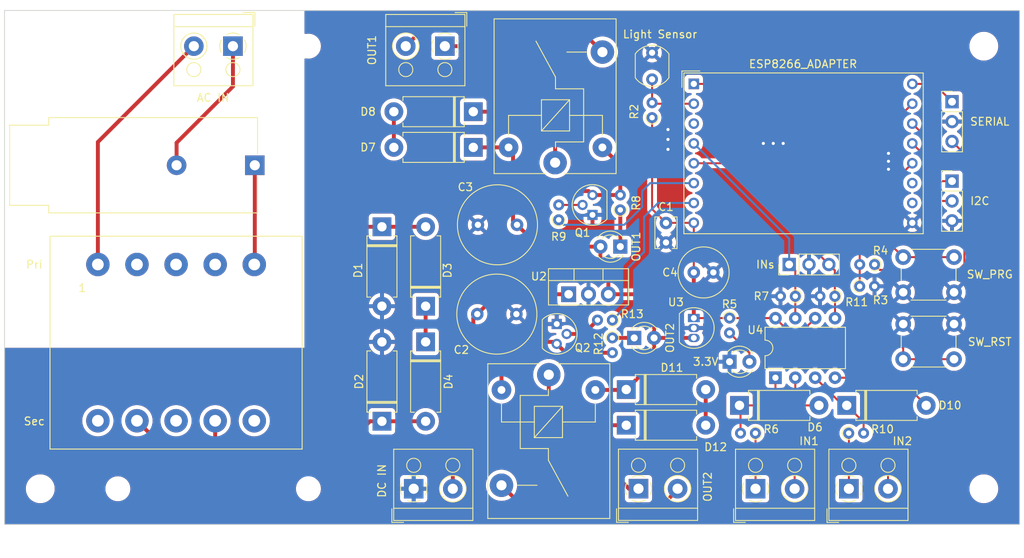
<source format=kicad_pcb>
(kicad_pcb (version 20240108) (generator "pcbnew") (generator_version "8.0")
  (layers (0 "F.Cu" signal) (31 "B.Cu" signal) (34 "B.Paste" user) (35 "F.Paste" user) (36 "B.SilkS" user "B.Silkscreen") (37 "F.SilkS" user "F.Silkscreen") (38 "B.Mask" user) (39 "F.Mask" user) (44 "Edge.Cuts" user))
  (net 0 "")
  (net 1 "GND")
  (net 2 "VCC")
  (net 3 "Net-(D3-K)")
  (net 4 "+5V")
  (net 5 "Net-(D1-K)")
  (net 6 "Net-(D2-K)")
  (net 7 "Net-(D5-A)")
  (net 8 "Net-(D6-K)")
  (net 9 "Net-(D6-A)")
  (net 10 "Net-(D7-A)")
  (net 11 "Net-(D8-K)")
  (net 12 "Net-(D9-K)")
  (net 13 "Net-(D10-K)")
  (net 14 "Net-(D10-A)")
  (net 15 "Net-(D11-A)")
  (net 16 "Net-(D12-K)")
  (net 17 "Net-(D13-K)")
  (net 18 "Net-(J4-Pin_1)")
  (net 19 "Net-(J2-Pin_1)")
  (net 20 "Net-(J2-Pin_2)")
  (net 21 "Net-(J3-Pin_3)")
  (net 22 "Net-(J3-Pin_1)")
  (net 23 "Net-(J4-Pin_2)")
  (net 24 "Net-(U1-ADC)")
  (net 25 "Net-(U1-RXD)")
  (net 26 "/Output0/Control")
  (net 27 "/Output1/Control")
  (net 28 "Net-(U1-REST)")
  (net 29 "Net-(U1-GPIO0)")
  (net 33 "Net-(J7-Pin_2)")
  (net 34 "Net-(F1-Pad1)")
  (net 35 "Net-(J7-Pin_1)")
  (net 36 "Net-(J9-Pin_2)")
  (net 37 "Net-(J9-Pin_1)")
  (net 38 "Net-(Q1-B)")
  (net 39 "Net-(Q2-B)")
  (net 40 "Net-(J1-Pin_3)")
  (net 41 "Net-(J1-Pin_1)")
  (net 42 "Net-(J6-Pin_1)")
  (net 43 "Net-(J8-Pin_1)")
  (footprint "Package_DIP:DIP-8_W7.62mm" (layer "F.Cu") (at 164.109001 115.585 90)
    (property "Reference" "U4" (at 6.111 -2.565001 0) (layer "F.SilkS"))
    (property "Value" "LTV-827")
    (pad "1" thru_hole rect (at 0 0 90) (size 1.6 1.6) (drill 0.8) (layers "*.Cu" "*.Mask") (net 8 "Net-(D6-K)"))
    (pad "2" thru_hole oval (at 0 2.54 90) (size 1.6 1.6) (drill 0.8) (layers "*.Cu" "*.Mask") (net 9 "Net-(D6-A)"))
    (pad "3" thru_hole oval (at 0 5.08 90) (size 1.6 1.6) (drill 0.8) (layers "*.Cu" "*.Mask") (net 13 "Net-(D10-K)"))
    (pad "4" thru_hole oval (at 0 7.62 90) (size 1.6 1.6) (drill 0.8) (layers "*.Cu" "*.Mask") (net 14 "Net-(D10-A)"))
    (pad "5" thru_hole oval (at 7.62 7.62 90) (size 1.6 1.6) (drill 0.8) (layers "*.Cu" "*.Mask") (net 40 "Net-(J1-Pin_3)"))
    (pad "6" thru_hole oval (at 7.62 5.08 90) (size 1.6 1.6) (drill 0.8) (layers "*.Cu" "*.Mask") (net 2 "VCC"))
    (pad "7" thru_hole oval (at 7.62 2.54 90) (size 1.6 1.6) (drill 0.8) (layers "*.Cu" "*.Mask") (net 41 "Net-(J1-Pin_1)"))
    (pad "8" thru_hole oval (at 7.62 0 90) (size 1.6 1.6) (drill 0.8) (layers "*.Cu" "*.Mask") (net 2 "VCC"))
  )
  (footprint "Resistor_THT:R_Axial_DIN0204_L3.6mm_D1.6mm_P1.90mm_Vertical" (layer "F.Cu") (at 161.544 122.682 180)
    (property "Reference" "R6" (at -2.032 0.508 180) (layer "F.SilkS"))
    (property "Value" "R")
    (pad "1" thru_hole circle (at 0 0 180) (size 1.4 1.4) (drill 0.7) (layers "*.Cu" "*.Mask") (net 42 "Net-(J6-Pin_1)"))
    (pad "2" thru_hole oval (at 1.9 0 180) (size 1.4 1.4) (drill 0.7) (layers "*.Cu" "*.Mask") (net 8 "Net-(D6-K)"))
  )
  (footprint "Package_TO_SOT_THT:TO-92" (layer "F.Cu") (at 136.144 108.712 -90)
    (property "Reference" "Q2" (at 3.048 -3.302 180) (layer "F.SilkS"))
    (property "Value" "Q_NPN_EBC")
    (pad "1" thru_hole rect (at 0 0 270) (size 1.3 1.3) (drill 0.75) (layers "*.Cu" "*.Mask") (net 1 "GND"))
    (pad "2" thru_hole circle (at 1.27 -1.27 270) (size 1.3 1.3) (drill 0.75) (layers "*.Cu" "*.Mask") (net 39 "Net-(Q2-B)"))
    (pad "3" thru_hole circle (at 2.54 0 270) (size 1.3 1.3) (drill 0.75) (layers "*.Cu" "*.Mask") (net 16 "Net-(D12-K)"))
  )
  (footprint "MountingHole:MountingHole_3.2mm_M3" (layer "F.Cu") (at 70.104 73.152)
    (property "Reference" "H2" (hide yes))
    (property "Value" "MountingHole")
    (pad "" np_thru_hole circle (at 0 0) (size 3.2 3.2) (drill 3.2) (layers "*.Cu" "*.Mask"))
  )
  (footprint "Transformer_THT:Transformer_CHK_EI30-2VA_1xSec" (layer "F.Cu") (at 77.47 101.092 -90)
    (property "Reference" "TR1" (hide yes))
    (property "Value" "TRANSF1")
    (fp_text user "Pri" (at 0 8.128 180) (layer "F.SilkS"))
    (fp_text user "Sec" (at 20.066 8.128 180) (layer "F.SilkS"))
    (fp_text user "1" (at 3 2 180) (layer "F.SilkS"))
    (pad "1" thru_hole circle (at 0 0 270) (size 3 3) (drill 1.5) (layers "*.Cu" "*.Mask") (net 23 "Net-(J4-Pin_2)"))
    (pad "2" thru_hole circle (at 0 -5 270) (size 3 3) (drill 1.5) (layers "*.Cu" "*.Mask"))
    (pad "3" thru_hole circle (at 0 -10 270) (size 3 3) (drill 1.5) (layers "*.Cu" "*.Mask"))
    (pad "4" thru_hole circle (at 0 -15 270) (size 3 3) (drill 1.5) (layers "*.Cu" "*.Mask"))
    (pad "5" thru_hole circle (at 0 -20 270) (size 3 3) (drill 1.5) (layers "*.Cu" "*.Mask") (net 34 "Net-(F1-Pad1)"))
    (pad "6" thru_hole circle (at 20 -20 270) (size 3 3) (drill 1.5) (layers "*.Cu" "*.Mask"))
    (pad "7" thru_hole circle (at 20 -15 270) (size 3 3) (drill 1.5) (layers "*.Cu" "*.Mask") (net 5 "Net-(D1-K)"))
    (pad "8" thru_hole circle (at 20 -10 270) (size 3 3) (drill 1.5) (layers "*.Cu" "*.Mask"))
    (pad "9" thru_hole circle (at 20 -5 270) (size 3 3) (drill 1.5) (layers "*.Cu" "*.Mask") (net 6 "Net-(D2-K)"))
    (pad "10" thru_hole circle (at 20 0 270) (size 3 3) (drill 1.5) (layers "*.Cu" "*.Mask"))
  )
  (footprint "Diode_THT:D_DO-15_P10.16mm_Horizontal" (layer "F.Cu") (at 145.034 121.666)
    (property "Reference" "D12" (at 11.43 2.794 0) (layer "F.SilkS"))
    (property "Value" "D_Zener")
    (pad "1" thru_hole rect (at 0 0) (size 2.4 2.4) (drill 1.2) (layers "*.Cu" "*.Mask") (net 16 "Net-(D12-K)"))
    (pad "2" thru_hole oval (at 10.16 0) (size 2.4 2.4) (drill 1.2) (layers "*.Cu" "*.Mask") (net 15 "Net-(D11-A)"))
  )
  (footprint "Diode_THT:D_DO-15_P10.16mm_Horizontal" (layer "F.Cu") (at 113.792 121.158 90)
    (property "Reference" "D2" (at 5.08 -2.92 270) (layer "F.SilkS"))
    (property "Value" "D_45deg")
    (pad "1" thru_hole rect (at 0 0 90) (size 2.4 2.4) (drill 1.2) (layers "*.Cu" "*.Mask") (net 6 "Net-(D2-K)"))
    (pad "2" thru_hole oval (at 10.16 0 90) (size 2.4 2.4) (drill 1.2) (layers "*.Cu" "*.Mask") (net 1 "GND"))
  )
  (footprint "OptoDevice:R_LDR_5.1x4.3mm_P3.4mm_Vertical" (layer "F.Cu") (at 148.336 73.989 -90)
    (property "Reference" "Light Sensor" (at -2.361 -1.016 180) (layer "F.SilkS"))
    (property "Value" "R_Photo")
    (pad "1" thru_hole circle (at 0 0 270) (size 1.5 1.5) (drill 0.8) (layers "*.Cu" "*.Mask") (net 1 "GND"))
    (pad "2" thru_hole circle (at 3.4 0 270) (size 1.5 1.5) (drill 0.8) (layers "*.Cu" "*.Mask") (net 24 "Net-(U1-ADC)"))
  )
  (footprint "MountingHole:MountingHole_3.2mm_M3" (layer "F.Cu") (at 190.754 129.794)
    (property "Reference" "H4" (hide yes))
    (property "Value" "MountingHole")
    (pad "" np_thru_hole circle (at 0 0) (size 3.2 3.2) (drill 3.2) (layers "*.Cu" "*.Mask"))
  )
  (footprint "Resistor_THT:R_Axial_DIN0204_L3.6mm_D1.6mm_P1.90mm_Vertical" (layer "F.Cu") (at 136.398 95.372 90)
    (property "Reference" "R9" (at -2.164 0 0) (layer "F.SilkS"))
    (property "Value" "R")
    (pad "1" thru_hole circle (at 0 0 90) (size 1.4 1.4) (drill 0.7) (layers "*.Cu" "*.Mask") (net 26 "/Output0/Control"))
    (pad "2" thru_hole oval (at 1.9 0 90) (size 1.4 1.4) (drill 0.7) (layers "*.Cu" "*.Mask") (net 38 "Net-(Q1-B)"))
  )
  (footprint "Relay_THT:Relay_SPST_SANYOU_SRD_Series_Form_A" (layer "F.Cu") (at 135.128 115.198 -90)
    (property "Reference" "K2" (hide yes))
    (property "Value" "Relay_SPST-NO")
    (pad "13" thru_hole circle (at 0 0) (size 3 3) (drill 1.3) (layers "*.Cu" "*.Mask") (net 37 "Net-(J9-Pin_1)"))
    (pad "14" thru_hole circle (at 14.15 6.05) (size 3 3) (drill 1.3) (layers "*.Cu" "*.Mask") (net 36 "Net-(J9-Pin_2)"))
    (pad "A1" thru_hole circle (at 1.95 -5.95) (size 2.5 2.5) (drill 1) (layers "*.Cu" "*.Mask") (net 4 "+5V"))
    (pad "A2" thru_hole circle (at 1.95 6.05) (size 2.5 2.5) (drill 1) (layers "*.Cu" "*.Mask") (net 16 "Net-(D12-K)"))
  )
  (footprint "Package_TO_SOT_THT:TO-92" (layer "F.Cu") (at 140.716 94.742 90)
    (property "Reference" "Q1" (at -2.286 -1.27 0) (layer "F.SilkS"))
    (property "Value" "Q_NPN_EBC")
    (pad "1" thru_hole rect (at 0 0 90) (size 1.3 1.3) (drill 0.75) (layers "*.Cu" "*.Mask") (net 1 "GND"))
    (pad "2" thru_hole circle (at 1.27 -1.27 90) (size 1.3 1.3) (drill 0.75) (layers "*.Cu" "*.Mask") (net 38 "Net-(Q1-B)"))
    (pad "3" thru_hole circle (at 2.54 0 90) (size 1.3 1.3) (drill 0.75) (layers "*.Cu" "*.Mask") (net 11 "Net-(D8-K)"))
  )
  (footprint "Capacitor_THT:C_Radial_D6.3mm_H7.0mm_P2.50mm" (layer "F.Cu") (at 153.67 102.108)
    (property "Reference" "C4" (at -3.048 0 0) (layer "F.SilkS"))
    (property "Value" "C")
    (pad "1" thru_hole circle (at 0 0) (size 1.6 1.6) (drill 0.8) (layers "*.Cu" "*.Mask") (net 2 "VCC"))
    (pad "2" thru_hole circle (at 2.5 0) (size 1.6 1.6) (drill 0.8) (layers "*.Cu" "*.Mask") (net 1 "GND"))
  )
  (footprint "Connector_PinHeader_2.54mm:PinHeader_1x03_P2.54mm_Vertical" (layer "F.Cu") (at 186.69 90.424)
    (property "Reference" "I2C" (at 3.556 2.54 0) (layer "F.SilkS"))
    (property "Value" "CON_I2C")
    (pad "1" thru_hole rect (at 0 0) (size 1.7 1.7) (drill 1) (layers "*.Cu" "*.Mask") (net 19 "Net-(J2-Pin_1)"))
    (pad "2" thru_hole oval (at 0 2.54) (size 1.7 1.7) (drill 1) (layers "*.Cu" "*.Mask") (net 20 "Net-(J2-Pin_2)"))
    (pad "3" thru_hole oval (at 0 5.08) (size 1.7 1.7) (drill 1) (layers "*.Cu" "*.Mask") (net 1 "GND"))
  )
  (footprint "Resistor_THT:R_Axial_DIN0204_L3.6mm_D1.6mm_P1.90mm_Vertical" (layer "F.Cu") (at 173.482 122.682)
    (property "Reference" "R10" (at 4.318 -0.508 360) (layer "F.SilkS"))
    (property "Value" "R")
    (pad "1" thru_hole circle (at 0 0) (size 1.4 1.4) (drill 0.7) (layers "*.Cu" "*.Mask") (net 43 "Net-(J8-Pin_1)"))
    (pad "2" thru_hole oval (at 1.9 0) (size 1.4 1.4) (drill 0.7) (layers "*.Cu" "*.Mask") (net 13 "Net-(D10-K)"))
  )
  (footprint "Resistor_THT:R_Axial_DIN0204_L3.6mm_D1.6mm_P1.90mm_Vertical" (layer "F.Cu") (at 143.256 108.204 180)
    (property "Reference" "R13" (at -2.54 0.762 180) (layer "F.SilkS"))
    (property "Value" "R")
    (pad "1" thru_hole circle (at 0 0 180) (size 1.4 1.4) (drill 0.7) (layers "*.Cu" "*.Mask") (net 27 "/Output1/Control"))
    (pad "2" thru_hole oval (at 1.9 0 180) (size 1.4 1.4) (drill 0.7) (layers "*.Cu" "*.Mask") (net 39 "Net-(Q2-B)"))
  )
  (footprint "Diode_THT:D_DO-15_P10.16mm_Horizontal" (layer "F.Cu") (at 125.476 86.106 180)
    (property "Reference" "D7" (at 13.462 0 180) (layer "F.SilkS"))
    (property "Value" "D")
    (pad "1" thru_hole rect (at 0 0 180) (size 2.4 2.4) (drill 1.2) (layers "*.Cu" "*.Mask") (net 4 "+5V"))
    (pad "2" thru_hole oval (at 10.16 0 180) (size 2.4 2.4) (drill 1.2) (layers "*.Cu" "*.Mask") (net 10 "Net-(D7-A)"))
  )
  (footprint "Resistor_THT:R_Axial_DIN0204_L3.6mm_D1.6mm_P1.90mm_Vertical" (layer "F.Cu") (at 158.242 107.95 -90)
    (property "Reference" "R5" (at -1.778 0 180) (layer "F.SilkS"))
    (property "Value" "R")
    (pad "1" thru_hole circle (at 0 0 270) (size 1.4 1.4) (drill 0.7) (layers "*.Cu" "*.Mask") (net 2 "VCC"))
    (pad "2" thru_hole oval (at 1.9 0 270) (size 1.4 1.4) (drill 0.7) (layers "*.Cu" "*.Mask") (net 7 "Net-(D5-A)"))
  )
  (footprint "TerminalBlock_RND:TerminalBlock_RND_205-00001_1x02_P5.00mm_Horizontal" (layer "F.Cu") (at 94.742 73.15 180)
    (property "Reference" "AC IN" (at 2.54 -6.606 180) (layer "F.SilkS"))
    (property "Value" "Screw_Terminal_01x02")
    (pad "1" thru_hole rect (at 0 0 180) (size 2.5 2.5) (drill 1.3) (layers "*.Cu" "*.Mask") (net 18 "Net-(J4-Pin_1)"))
    (pad "2" thru_hole circle (at 5 0 180) (size 2.5 2.5) (drill 1.3) (layers "*.Cu" "*.Mask") (net 23 "Net-(J4-Pin_2)"))
  )
  (footprint "Diode_THT:D_DO-15_P10.16mm_Horizontal" (layer "F.Cu") (at 119.38 110.998 -90)
    (property "Reference" "D4" (at 5.08 -2.92 90) (layer "F.SilkS"))
    (property "Value" "D_45deg")
    (pad "1" thru_hole rect (at 0 0 270) (size 2.4 2.4) (drill 1.2) (layers "*.Cu" "*.Mask") (net 3 "Net-(D3-K)"))
    (pad "2" thru_hole oval (at 10.16 0 270) (size 2.4 2.4) (drill 1.2) (layers "*.Cu" "*.Mask") (net 6 "Net-(D2-K)"))
  )
  (footprint "Diode_THT:D_DO-15_P10.16mm_Horizontal" (layer "F.Cu") (at 173.228 119.126)
    (property "Reference" "D10" (at 13.208 0 0) (layer "F.SilkS"))
    (property "Value" "D")
    (pad "1" thru_hole rect (at 0 0) (size 2.4 2.4) (drill 1.2) (layers "*.Cu" "*.Mask") (net 13 "Net-(D10-K)"))
    (pad "2" thru_hole oval (at 10.16 0) (size 2.4 2.4) (drill 1.2) (layers "*.Cu" "*.Mask") (net 14 "Net-(D10-A)"))
  )
  (footprint "Button_Switch_THT:SW_PUSH_6mm_H4.3mm" (layer "F.Cu") (at 180.444 108.712)
    (property "Reference" "SW_RST" (at 11.072 2.286 0) (layer "F.SilkS"))
    (property "Value" "SW_RST")
    (pad "1" thru_hole circle (at 0 0 90) (size 2 2) (drill 1.1) (layers "*.Cu" "*.Mask") (net 1 "GND"))
    (pad "1" thru_hole circle (at 6.5 0 90) (size 2 2) (drill 1.1) (layers "*.Cu" "*.Mask") (net 1 "GND"))
    (pad "2" thru_hole circle (at 0 4.5 90) (size 2 2) (drill 1.1) (layers "*.Cu" "*.Mask") (net 28 "Net-(U1-REST)"))
    (pad "2" thru_hole circle (at 6.5 4.5 90) (size 2 2) (drill 1.1) (layers "*.Cu" "*.Mask") (net 28 "Net-(U1-REST)"))
  )
  (footprint "Capacitor_THT:C_Radial_D10.0mm_H12.5mm_P5.00mm" (layer "F.Cu") (at 131.064 96.012 180)
    (property "Reference" "C3" (at 6.604 4.826 180) (layer "F.SilkS"))
    (property "Value" "C")
    (pad "1" thru_hole circle (at 0 0 180) (size 1.6 1.6) (drill 0.8) (layers "*.Cu" "*.Mask") (net 4 "+5V"))
    (pad "2" thru_hole circle (at 5 0 180) (size 1.6 1.6) (drill 0.8) (layers "*.Cu" "*.Mask") (net 1 "GND"))
  )
  (footprint "MountingHole:MountingHole_2.7mm_M2.5" (layer "F.Cu") (at 104.394 129.794)
    (property "Reference" "H8" (hide yes))
    (property "Value" "MountingHole")
    (pad "" np_thru_hole circle (at 0 0) (size 2.7 2.7) (drill 2.7) (layers "*.Cu" "*.Mask"))
  )
  (footprint "Capacitor_THT:C_Radial_D10.0mm_H12.5mm_P5.00mm" (layer "F.Cu") (at 125.984 107.442)
    (property "Reference" "C2" (at -2.032 4.572 0) (layer "F.SilkS"))
    (property "Value" "C")
    (pad "1" thru_hole circle (at 0 0) (size 1.6 1.6) (drill 0.8) (layers "*.Cu" "*.Mask") (net 3 "Net-(D3-K)"))
    (pad "2" thru_hole circle (at 5 0) (size 1.6 1.6) (drill 0.8) (layers "*.Cu" "*.Mask") (net 1 "GND"))
  )
  (footprint "Connector_PinHeader_2.54mm:PinHeader_1x03_P2.54mm_Vertical" (layer "F.Cu") (at 165.862 101.092 90)
    (property "Reference" "INs" (at 0 -3.048 0) (layer "F.SilkS"))
    (property "Value" "CON_INPUT")
    (pad "1" thru_hole rect (at 0 0 90) (size 1.7 1.7) (drill 1) (layers "*.Cu" "*.Mask") (net 41 "Net-(J1-Pin_1)"))
    (pad "2" thru_hole oval (at 0 2.54 90) (size 1.7 1.7) (drill 1) (layers "*.Cu" "*.Mask") (net 1 "GND"))
    (pad "3" thru_hole oval (at 0 5.08 90) (size 1.7 1.7) (drill 1) (layers "*.Cu" "*.Mask") (net 40 "Net-(J1-Pin_3)"))
  )
  (footprint "MountingHole:MountingHole_2.7mm_M2.5" (layer "F.Cu") (at 104.394 73.152)
    (property "Reference" "H6" (hide yes))
    (property "Value" "MountingHole")
    (pad "" np_thru_hole circle (at 0 0) (size 2.7 2.7) (drill 2.7) (layers "*.Cu" "*.Mask"))
  )
  (footprint "LED_THT:LED_D3.0mm" (layer "F.Cu") (at 144.272 98.806 180)
    (property "Reference" "OUT1" (at -2.032 0 -90) (layer "F.SilkS"))
    (property "Value" "LED")
    (pad "1" thru_hole rect (at 0 0 180) (size 1.8 1.8) (drill 0.9) (layers "*.Cu" "*.Mask") (net 12 "Net-(D9-K)"))
    (pad "2" thru_hole circle (at 2.54 0 180) (size 1.8 1.8) (drill 0.9) (layers "*.Cu" "*.Mask") (net 4 "+5V"))
  )
  (footprint "MountingHole:MountingHole_3.2mm_M3" (layer "F.Cu") (at 70.104 129.794)
    (property "Reference" "H1" (hide yes))
    (property "Value" "MountingHole")
    (pad "" np_thru_hole circle (at 0 0) (size 3.2 3.2) (drill 3.2) (layers "*.Cu" "*.Mask"))
  )
  (footprint "Diode_THT:D_DO-15_P10.16mm_Horizontal" (layer "F.Cu") (at 159.512 119.126)
    (property "Reference" "D6" (at 9.652 2.794 0) (layer "F.SilkS"))
    (property "Value" "D")
    (pad "1" thru_hole rect (at 0 0) (size 2.4 2.4) (drill 1.2) (layers "*.Cu" "*.Mask") (net 8 "Net-(D6-K)"))
    (pad "2" thru_hole oval (at 10.16 0) (size 2.4 2.4) (drill 1.2) (layers "*.Cu" "*.Mask") (net 9 "Net-(D6-A)"))
  )
  (footprint "Button_Switch_THT:SW_PUSH_6mm_H4.3mm" (layer "F.Cu") (at 180.444 100.148)
    (property "Reference" "SW_PRG" (at 11.072 2.214 0) (layer "F.SilkS"))
    (property "Value" "SW_PRG")
    (pad "1" thru_hole circle (at 0 0 90) (size 2 2) (drill 1.1) (layers "*.Cu" "*.Mask") (net 29 "Net-(U1-GPIO0)"))
    (pad "1" thru_hole circle (at 6.5 0 90) (size 2 2) (drill 1.1) (layers "*.Cu" "*.Mask") (net 29 "Net-(U1-GPIO0)"))
    (pad "2" thru_hole circle (at 0 4.5 90) (size 2 2) (drill 1.1) (layers "*.Cu" "*.Mask") (net 1 "GND"))
    (pad "2" thru_hole circle (at 6.5 4.5 90) (size 2 2) (drill 1.1) (layers "*.Cu" "*.Mask") (net 1 "GND"))
  )
  (footprint "TerminalBlock_RND:TerminalBlock_RND_205-00001_1x02_P5.00mm_Horizontal" (layer "F.Cu") (at 173.502001 129.794)
    (property "Reference" "IN2" (at 6.837999 -6.096 0) (layer "F.SilkS"))
    (property "Value" "Screw_Terminal_01x02")
    (pad "1" thru_hole rect (at 0 0) (size 2.5 2.5) (drill 1.3) (layers "*.Cu" "*.Mask") (net 43 "Net-(J8-Pin_1)"))
    (pad "2" thru_hole circle (at 5 0) (size 2.5 2.5) (drill 1.3) (layers "*.Cu" "*.Mask") (net 14 "Net-(D10-A)"))
  )
  (footprint "Fuse:Fuseholder_Cylinder-5x20mm_Schurter_FAB_0031-355x_Horizontal_Closed" (layer "F.Cu") (at 97.536 88.392 180)
    (property "Reference" "F1" (hide yes))
    (property "Value" "Fuse")
    (pad "1" thru_hole rect (at 0 0 180) (size 2.5 2.5) (drill 1.3) (layers "*.Cu" "*.Mask") (net 34 "Net-(F1-Pad1)"))
    (pad "2" thru_hole circle (at 10 0 180) (size 2.5 2.5) (drill 1.3) (layers "*.Cu" "*.Mask") (net 18 "Net-(J4-Pin_1)"))
  )
  (footprint "Resistor_THT:R_Axial_DIN0204_L3.6mm_D1.6mm_P1.90mm_Vertical" (layer "F.Cu") (at 171.704 105.156 180)
    (property "Reference" "R11" (at -2.794 -0.762 180) (layer "F.SilkS"))
    (property "Value" "R")
    (pad "1" thru_hole circle (at 0 0 180) (size 1.4 1.4) (drill 0.7) (layers "*.Cu" "*.Mask") (net 40 "Net-(J1-Pin_3)"))
    (pad "2" thru_hole oval (at 1.9 0 180) (size 1.4 1.4) (drill 0.7) (layers "*.Cu" "*.Mask") (net 1 "GND"))
  )
  (footprint "Resistor_THT:R_Axial_DIN0204_L3.6mm_D1.6mm_P1.90mm_Vertical" (layer "F.Cu") (at 144.272 94.102 90)
    (property "Reference" "R8" (at 0.884 2.032 270) (layer "F.SilkS"))
    (property "Value" "R")
    (pad "1" thru_hole circle (at 0 0 90) (size 1.4 1.4) (drill 0.7) (layers "*.Cu" "*.Mask") (net 12 "Net-(D9-K)"))
    (pad "2" thru_hole oval (at 1.9 0 90) (size 1.4 1.4) (drill 0.7) (layers "*.Cu" "*.Mask") (net 11 "Net-(D8-K)"))
  )
  (footprint "Resistor_THT:R_Axial_DIN0204_L3.6mm_D1.6mm_P1.90mm_Vertical" (layer "F.Cu") (at 174.884 103.886)
    (property "Reference" "R3" (at 2.662 1.778 360) (layer "F.SilkS"))
    (property "Value" "R")
    (pad "1" thru_hole circle (at 0 0) (size 1.4 1.4) (drill 0.7) (layers "*.Cu" "*.Mask") (net 25 "Net-(U1-RXD)"))
    (pad "2" thru_hole oval (at 1.9 0) (size 1.4 1.4) (drill 0.7) (layers "*.Cu" "*.Mask") (net 1 "GND"))
  )
  (footprint "MountingHole:MountingHole_3.2mm_M3" (layer "F.Cu") (at 190.754 73.152)
    (property "Reference" "H3" (hide yes))
    (property "Value" "MountingHole")
    (pad "" np_thru_hole circle (at 0 0) (size 3.2 3.2) (drill 3.2) (layers "*.Cu" "*.Mask"))
  )
  (footprint "Package_TO_SOT_THT:TO-220-3_Vertical" (layer "F.Cu") (at 137.668 104.902)
    (property "Reference" "U2" (at -3.81 -2.286 0) (layer "F.SilkS"))
    (property "Value" "L7805")
    (pad "1" thru_hole rect (at 0 0) (size 1.905 2) (drill 1.1) (layers "*.Cu" "*.Mask") (net 3 "Net-(D3-K)"))
    (pad "2" thru_hole oval (at 2.54 0) (size 1.905 2) (drill 1.1) (layers "*.Cu" "*.Mask") (net 1 "GND"))
    (pad "3" thru_hole oval (at 5.08 0) (size 1.905 2) (drill 1.1) (layers "*.Cu" "*.Mask") (net 4 "+5V"))
  )
  (footprint "MountingHole:MountingHole_2.7mm_M2.5" (layer "F.Cu") (at 80.025 129.794)
    (property "Reference" "H7" (hide yes))
    (property "Value" "MountingHole")
    (pad "" np_thru_hole circle (at 0 0) (size 2.7 2.7) (drill 2.7) (layers "*.Cu" "*.Mask"))
  )
  (footprint "LED_THT:LED_D3.0mm" (layer "F.Cu") (at 158.242 113.538)
    (property "Reference" "3.3V" (at -3.048 0 0) (layer "F.SilkS"))
    (property "Value" "LED")
    (pad "1" thru_hole rect (at 0 0) (size 1.8 1.8) (drill 0.9) (layers "*.Cu" "*.Mask") (net 1 "GND"))
    (pad "2" thru_hole circle (at 2.54 0) (size 1.8 1.8) (drill 0.9) (layers "*.Cu" "*.Mask") (net 7 "Net-(D5-A)"))
  )
  (footprint "Diode_THT:D_DO-15_P10.16mm_Horizontal" (layer "F.Cu") (at 113.792 96.266 -90)
    (property "Reference" "D1" (at 5.588 3.048 90) (layer "F.SilkS"))
    (property "Value" "D_45deg")
    (pad "1" thru_hole rect (at 0 0 270) (size 2.4 2.4) (drill 1.2) (layers "*.Cu" "*.Mask") (net 5 "Net-(D1-K)"))
    (pad "2" thru_hole oval (at 10.16 0 270) (size 2.4 2.4) (drill 1.2) (layers "*.Cu" "*.Mask") (net 1 "GND"))
  )
  (footprint "Resistor_THT:R_Axial_DIN0204_L3.6mm_D1.6mm_P1.90mm_Vertical" (layer "F.Cu") (at 166.649001 105.156 180)
    (property "Reference" "R7" (at 4.343001 0 180) (layer "F.SilkS"))
    (property "Value" "R")
    (pad "1" thru_hole circle (at 0 0 180) (size 1.4 1.4) (drill 0.7) (layers "*.Cu" "*.Mask") (net 41 "Net-(J1-Pin_1)"))
    (pad "2" thru_hole oval (at 1.9 0 180) (size 1.4 1.4) (drill 0.7) (layers "*.Cu" "*.Mask") (net 1 "GND"))
  )
  (footprint "TerminalBlock_RND:TerminalBlock_RND_205-00001_1x02_P5.00mm_Horizontal" (layer "F.Cu") (at 121.84 73.152 180)
    (property "Reference" "OUT1" (at 9.318 -0.508 -90) (layer "F.SilkS"))
    (property "Value" "Screw_Terminal_01x02")
    (pad "1" thru_hole rect (at 0 0 180) (size 2.5 2.5) (drill 1.3) (layers "*.Cu" "*.Mask") (net 35 "Net-(J7-Pin_1)"))
    (pad "2" thru_hole circle (at 5 0 180) (size 2.5 2.5) (drill 1.3) (layers "*.Cu" "*.Mask") (net 33 "Net-(J7-Pin_2)"))
  )
  (footprint "Relay_THT:Relay_SPST_SANYOU_SRD_Series_Form_A" (layer "F.Cu") (at 135.936 88.056 90)
    (property "Reference" "K1" (hide yes))
    (property "Value" "Relay_SPST-NO")
    (pad "13" thru_hole circle (at 0 0 180) (size 3 3) (drill 1.3) (layers "*.Cu" "*.Mask") (net 35 "Net-(J7-Pin_1)"))
    (pad "14" thru_hole circle (at 14.15 6.05 180) (size 3 3) (drill 1.3) (layers "*.Cu" "*.Mask") (net 33 "Net-(J7-Pin_2)"))
    (pad "A1" thru_hole circle (at 1.95 -5.95 180) (size 2.5 2.5) (drill 1) (layers "*.Cu" "*.Mask") (net 4 "+5V"))
    (pad "A2" thru_hole circle (at 1.95 6.05 180) (size 2.5 2.5) (drill 1) (layers "*.Cu" "*.Mask") (net 11 "Net-(D8-K)"))
  )
  (footprint "TerminalBlock_RND:TerminalBlock_RND_205-00001_1x02_P5.00mm_Horizontal" (layer "F.Cu") (at 146.598 129.786)
    (property "Reference" "OUT2" (at 8.85 -0.246 90) (layer "F.SilkS"))
    (property "Value" "Screw_Terminal_01x02")
    (pad "1" thru_hole rect (at 0 0) (size 2.5 2.5) (drill 1.3) (layers "*.Cu" "*.Mask") (net 37 "Net-(J9-Pin_1)"))
    (pad "2" thru_hole circle (at 5 0) (size 2.5 2.5) (drill 1.3) (layers "*.Cu" "*.Mask") (net 36 "Net-(J9-Pin_2)"))
  )
  (footprint "Diode_THT:D_DO-15_P10.16mm_Horizontal" (layer "F.Cu") (at 145.034 117.094)
    (property "Reference" "D11" (at 5.842 -2.794 0) (layer "F.SilkS"))
    (property "Value" "D")
    (pad "1" thru_hole rect (at 0 0) (size 2.4 2.4) (drill 1.2) (layers "*.Cu" "*.Mask") (net 4 "+5V"))
    (pad "2" thru_hole oval (at 10.16 0) (size 2.4 2.4) (drill 1.2) (layers "*.Cu" "*.Mask") (net 15 "Net-(D11-A)"))
  )
  (footprint "Diode_THT:D_DO-15_P10.16mm_Horizontal" (layer "F.Cu") (at 125.476 81.534 180)
    (property "Reference" "D8" (at 13.462 0 180) (layer "F.SilkS"))
    (property "Value" "D_Zener")
    (pad "1" thru_hole rect (at 0 0 180) (size 2.4 2.4) (drill 1.2) (layers "*.Cu" "*.Mask") (net 11 "Net-(D8-K)"))
    (pad "2" thru_hole oval (at 10.16 0 180) (size 2.4 2.4) (drill 1.2) (layers "*.Cu" "*.Mask") (net 10 "Net-(D7-A)"))
  )
  (footprint "LED_THT:LED_D3.0mm" (layer "F.Cu") (at 146.05 110.49)
    (property "Reference" "OUT2" (at 4.572 0 90) (layer "F.SilkS"))
    (property "Value" "LED")
    (pad "1" thru_hole rect (at 0 0) (size 1.8 1.8) (drill 0.9) (layers "*.Cu" "*.Mask") (net 17 "Net-(D13-K)"))
    (pad "2" thru_hole circle (at 2.54 0) (size 1.8 1.8) (drill 0.9) (layers "*.Cu" "*.Mask") (net 4 "+5V"))
  )
  (footprint "Capacitor_THT:C_Disc_D3.8mm_W2.6mm_P2.50mm" (layer "F.Cu") (at 150.114 95.778 -90)
    (property "Reference" "C1" (at -2.052 0 0) (layer "F.SilkS"))
    (property "Value" "100nF")
    (pad "1" thru_hole circle (at 0 0 270) (size 1.6 1.6) (drill 0.8) (layers "*.Cu" "*.Mask") (net 2 "VCC"))
    (pad "2" thru_hole circle (at 2.5 0 270) (size 1.6 1.6) (drill 0.8) (layers "*.Cu" "*.Mask") (net 1 "GND"))
  )
  (footprint "Diode_THT:D_DO-15_P10.16mm_Horizontal" (layer "F.Cu") (at 119.38 106.426 90)
    (property "Reference" "D3" (at 4.572 2.794 270) (layer "F.SilkS"))
    (property "Value" "D_45deg")
    (pad "1" thru_hole rect (at 0 0 90) (size 2.4 2.4) (drill 1.2) (layers "*.Cu" "*.Mask") (net 3 "Net-(D3-K)"))
    (pad "2" thru_hole oval (at 10.16 0 90) (size 2.4 2.4) (drill 1.2) (layers "*.Cu" "*.Mask") (net 5 "Net-(D1-K)"))
  )
  (footprint "TerminalBlock_RND:TerminalBlock_RND_205-00001_1x02_P5.00mm_Horizontal" (layer "F.Cu") (at 117.856 129.794)
    (property "Reference" "DC IN" (at -4.064 -1.016 90) (layer "F.SilkS"))
    (property "Value" "Screw_Terminal_01x02")
    (pad "1" thru_hole rect (at 0 0) (size 2.5 2.5) (drill 1.3) (layers "*.Cu" "*.Mask") (net 1 "GND"))
    (pad "2" thru_hole circle (at 5 0) (size 2.5 2.5) (drill 1.3) (layers "*.Cu" "*.Mask") (net 3 "Net-(D3-K)"))
  )
  (footprint "MountingHole:MountingHole_2.7mm_M2.5" (layer "F.Cu") (at 80.025 73.152)
    (property "Reference" "H5" (hide yes))
    (property "Value" "MountingHole")
    (pad "" np_thru_hole circle (at 0 0) (size 2.7 2.7) (drill 2.7) (layers "*.Cu" "*.Mask"))
  )
  (footprint "Resistor_THT:R_Axial_DIN0204_L3.6mm_D1.6mm_P1.90mm_Vertical" (layer "F.Cu") (at 176.784 101.092 180)
    (property "Reference" "R4" (at -0.762 1.778 180) (layer "F.SilkS"))
    (property "Value" "R")
    (pad "1" thru_hole circle (at 0 0 180) (size 1.4 1.4) (drill 0.7) (layers "*.Cu" "*.Mask") (net 21 "Net-(J3-Pin_3)"))
    (pad "2" thru_hole oval (at 1.9 0 180) (size 1.4 1.4) (drill 0.7) (layers "*.Cu" "*.Mask") (net 25 "Net-(U1-RXD)"))
  )
  (footprint "Resistor_THT:R_Axial_DIN0204_L3.6mm_D1.6mm_P1.90mm_Vertical" (layer "F.Cu") (at 148.336 82.296 90)
    (property "Reference" "R2" (at 0.762 -2.286 -90) (layer "F.SilkS"))
    (property "Value" "R")
    (pad "1" thru_hole circle (at 0 0 90) (size 1.4 1.4) (drill 0.7) (layers "*.Cu" "*.Mask") (net 2 "VCC"))
    (pad "2" thru_hole oval (at 1.9 0 90) (size 1.4 1.4) (drill 0.7) (layers "*.Cu" "*.Mask") (net 24 "Net-(U1-ADC)"))
  )
  (footprint "TerminalBlock_RND:TerminalBlock_RND_205-00001_1x02_P5.00mm_Horizontal" (layer "F.Cu") (at 161.564001 129.794)
    (property "Reference" "IN1" (at 6.837999 -6.096 0) (layer "F.SilkS"))
    (property "Value" "Screw_Terminal_01x02")
    (pad "1" thru_hole rect (at 0 0) (size 2.5 2.5) (drill 1.3) (layers "*.Cu" "*.Mask") (net 42 "Net-(J6-Pin_1)"))
    (pad "2" thru_hole circle (at 5 0) (size 2.5 2.5) (drill 1.3) (layers "*.Cu" "*.Mask") (net 9 "Net-(D6-A)"))
  )
  (footprint "RF_Module:HOPERF_RFM9XW_THT" (layer "F.Cu") (at 153.67 77.978)
    (property "Reference" "ESP8266_ADAPTER" (at 13.97 -2.54 0) (layer "F.SilkS"))
    (property "Value" "ESP-12")
    (pad "1" thru_hole rect (at 0 0) (size 1.35 1.35) (drill 0.8) (layers "*.Cu" "*.Mask") (net 28 "Net-(U1-REST)"))
    (pad "2" thru_hole circle (at 0 2.54) (size 1.35 1.35) (drill 0.8) (layers "*.Cu" "*.Mask") (net 24 "Net-(U1-ADC)"))
    (pad "3" thru_hole circle (at 0 5.08) (size 1.35 1.35) (drill 0.8) (layers "*.Cu" "*.Mask"))
    (pad "4" thru_hole circle (at 0 7.62) (size 1.35 1.35) (drill 0.8) (layers "*.Cu" "*.Mask") (net 41 "Net-(J1-Pin_1)"))
    (pad "5" thru_hole circle (at 0 10.16) (size 1.35 1.35) (drill 0.8) (layers "*.Cu" "*.Mask") (net 40 "Net-(J1-Pin_3)"))
    (pad "6" thru_hole circle (at 0 12.7) (size 1.35 1.35) (drill 0.8) (layers "*.Cu" "*.Mask") (net 26 "/Output0/Control"))
    (pad "7" thru_hole circle (at 0 15.24) (size 1.35 1.35) (drill 0.8) (layers "*.Cu" "*.Mask") (net 27 "/Output1/Control"))
    (pad "8" thru_hole circle (at 0 17.78) (size 1.35 1.35) (drill 0.8) (layers "*.Cu" "*.Mask") (net 2 "VCC"))
    (pad "9" thru_hole circle (at 27.94 17.78) (size 1.35 1.35) (drill 0.8) (layers "*.Cu" "*.Mask") (net 1 "GND"))
    (pad "10" thru_hole circle (at 27.94 15.24) (size 1.35 1.35) (drill 0.8) (layers "*.Cu" "*.Mask"))
    (pad "11" thru_hole circle (at 27.94 12.7) (size 1.35 1.35) (drill 0.8) (layers "*.Cu" "*.Mask"))
    (pad "12" thru_hole circle (at 27.94 10.16) (size 1.35 1.35) (drill 0.8) (layers "*.Cu" "*.Mask") (net 29 "Net-(U1-GPIO0)"))
    (pad "13" thru_hole circle (at 27.94 7.62) (size 1.35 1.35) (drill 0.8) (layers "*.Cu" "*.Mask") (net 20 "Net-(J2-Pin_2)"))
    (pad "14" thru_hole circle (at 27.94 5.08) (size 1.35 1.35) (drill 0.8) (layers "*.Cu" "*.Mask") (net 19 "Net-(J2-Pin_1)"))
    (pad "15" thru_hole circle (at 27.94 2.54) (size 1.35 1.35) (drill 0.8) (layers "*.Cu" "*.Mask") (net 25 "Net-(U1-RXD)"))
    (pad "16" thru_hole circle (at 27.94 0) (size 1.35 1.35) (drill 0.8) (layers "*.Cu" "*.Mask") (net 22 "Net-(J3-Pin_1)"))
  )
  (footprint "Package_TO_SOT_THT:TO-92_Inline" (layer "F.Cu") (at 153.67 107.95 -90)
    (property "Reference" "U3" (at -2.032 2.286 180) (layer "F.SilkS"))
    (property "Value" "L78L33_TO92")
    (pad "1" thru_hole rect (at 0 0 270) (size 1.05 1.5) (drill 0.75) (layers "*.Cu" "*.Mask") (net 2 "VCC"))
    (pad "2" thru_hole oval (at 1.27 0 270) (size 1.05 1.5) (drill 0.75) (layers "*.Cu" "*.Mask") (net 1 "GND"))
    (pad "3" thru_hole oval (at 2.54 0 270) (size 1.05 1.5) (drill 0.75) (layers "*.Cu" "*.Mask") (net 4 "+5V"))
  )
  (footprint "Connector_PinHeader_2.54mm:PinHeader_1x03_P2.54mm_Vertical" (layer "F.Cu") (at 186.69 80.264)
    (property "Reference" "SERIAL" (at 4.826 2.54 0) (layer "F.SilkS"))
    (property "Value" "CON_SERIAL")
    (pad "1" thru_hole rect (at 0 0) (size 1.7 1.7) (drill 1) (layers "*.Cu" "*.Mask") (net 22 "Net-(J3-Pin_1)"))
    (pad "2" thru_hole oval (at 0 2.54) (size 1.7 1.7) (drill 1) (layers "*.Cu" "*.Mask") (net 1 "GND"))
    (pad "3" thru_hole oval (at 0 5.08) (size 1.7 1.7) (drill 1) (layers "*.Cu" "*.Mask") (net 21 "Net-(J3-Pin_3)"))
  )
  (footprint "Resistor_THT:R_Axial_DIN0204_L3.6mm_D1.6mm_P1.90mm_Vertical" (layer "F.Cu") (at 143.256 110.49 -90)
    (property "Reference" "R12" (at 0.762 1.778 90) (layer "F.SilkS"))
    (property "Value" "R")
    (pad "1" thru_hole circle (at 0 0 270) (size 1.4 1.4) (drill 0.7) (layers "*.Cu" "*.Mask") (net 17 "Net-(D13-K)"))
    (pad "2" thru_hole oval (at 1.9 0 270) (size 1.4 1.4) (drill 0.7) (layers "*.Cu" "*.Mask") (net 16 "Net-(D12-K)"))
  )
  (gr_poly (pts (xy 65.532 68.58) (xy 195.326 68.58) (xy 195.326 134.366) (xy 65.532 134.366)) (stroke (width 0.1)) (fill none) (layer "Edge.Cuts"))
  (segment (start 188.468 82.804) (end 184.912 82.804) (width 0.254) (layer "F.Cu") (net 1))
  (segment (start 186.69 82.804) (end 188.468 82.804) (width 0.254) (layer "F.Cu") (net 1))
  (via (at 150.368 83.82) (size 0.8) (drill 0.4) (layers "F.Cu" "B.Cu") (net 1))
  (via (at 150.368 85.09) (size 0.8) (drill 0.4) (layers "F.Cu" "B.Cu") (net 1))
  (via (at 178.562 87.884) (size 0.8) (drill 0.4) (layers "F.Cu" "B.Cu") (net 1))
  (via (at 150.368 86.36) (size 0.8) (drill 0.4) (layers "F.Cu" "B.Cu") (net 1))
  (via (at 165.1 85.598) (size 0.8) (drill 0.4) (layers "F.Cu" "B.Cu") (net 1))
  (via (at 163.83 85.598) (size 0.8) (drill 0.4) (layers "F.Cu" "B.Cu") (net 1))
  (via (at 178.562 86.868) (size 0.8) (drill 0.4) (layers "F.Cu" "B.Cu") (net 1))
  (via (at 178.562 88.9) (size 0.8) (drill 0.4) (layers "F.Cu" "B.Cu") (net 1))
  (via (at 162.56 85.598) (size 0.8) (drill 0.4) (layers "F.Cu" "B.Cu") (net 1))
  (segment (start 164.109001 107.965) (end 165.872001 109.728) (width 0.254) (layer "F.Cu") (net 2))
  (segment (start 165.872001 109.728) (end 167.426001 109.728) (width 0.254) (layer "F.Cu") (net 2))
  (segment (start 148.336 94) (end 148.336 82.296) (width 0.254) (layer "F.Cu") (net 2))
  (segment (start 158.242 107.95) (end 164.094001 107.95) (width 0.254) (layer "F.Cu") (net 2))
  (segment (start 164.094001 107.95) (end 164.109001 107.965) (width 0.254) (layer "F.Cu") (net 2))
  (segment (start 158.242 107.95) (end 153.67 107.95) (width 0.254) (layer "F.Cu") (net 2))
  (segment (start 153.6525 95.7755) (end 153.67 95.758) (width 0.5) (layer "F.Cu") (net 2))
  (segment (start 153.67 95.758) (end 153.67 102.108) (width 0.254) (layer "F.Cu") (net 2))
  (segment (start 153.67 107.95) (end 153.67 102.108) (width 0.5) (layer "F.Cu") (net 2))
  (segment (start 153.67 95.758) (end 150.134 95.758) (width 0.254) (layer "F.Cu") (net 2))
  (segment (start 150.134 95.758) (end 150.114 95.778) (width 0.254) (layer "F.Cu") (net 2))
  (segment (start 150.114 95.778) (end 148.336 94) (width 0.254) (layer "F.Cu") (net 2))
  (segment (start 167.426001 109.728) (end 169.189001 107.965) (width 0.254) (layer "F.Cu") (net 2))
  (segment (start 125.476 117.522) (end 125.476 108.712) (width 0.5) (layer "F.Cu") (net 3))
  (segment (start 125.476 117.522) (end 122.856 120.142) (width 0.5) (layer "F.Cu") (net 3))
  (segment (start 125.476 107.95) (end 125.984 107.442) (width 0.5) (layer "F.Cu") (net 3))
  (segment (start 125.476 108.712) (end 125.476 107.95) (width 0.5) (layer "F.Cu") (net 3))
  (segment (start 128.524 104.902) (end 125.984 107.442) (width 0.5) (layer "F.Cu") (net 3))
  (segment (start 122.856 120.142) (end 122.856 129.794) (width 0.5) (layer "F.Cu") (net 3))
  (segment (start 119.38 108.712) (end 125.476 108.712) (width 0.5) (layer "F.Cu") (net 3))
  (segment (start 137.668 104.902) (end 128.524 104.902) (width 0.5) (layer "F.Cu") (net 3))
  (segment (start 119.38 106.426) (end 119.38 108.712) (width 0.5) (layer "F.Cu") (net 3))
  (segment (start 119.38 110.998) (end 119.38 108.712) (width 0.5) (layer "F.Cu") (net 3))
  (segment (start 144.98 117.148) (end 145.034 117.094) (width 0.5) (layer "F.Cu") (net 4))
  (segment (start 130.556 95.504) (end 130.556 86.676) (width 0.5) (layer "F.Cu") (net 4))
  (segment (start 133.858 98.806) (end 141.732 98.806) (width 0.5) (layer "F.Cu") (net 4))
  (segment (start 145.034 117.094) (end 148.59 113.538) (width 0.5) (layer "F.Cu") (net 4))
  (segment (start 141.732 100.838) (end 141.732 98.806) (width 0.5) (layer "F.Cu") (net 4))
  (segment (start 148.59 110.49) (end 153.67 110.49) (width 0.5) (layer "F.Cu") (net 4))
  (segment (start 125.476 86.106) (end 129.986 86.106) (width 0.5) (layer "F.Cu") (net 4))
  (segment (start 142.748 104.902) (end 142.494 104.902) (width 0.5) (layer "F.Cu") (net 4))
  (segment (start 141.078 117.148) (end 144.98 117.148) (width 0.5) (layer "F.Cu") (net 4))
  (segment (start 148.59 106.172) (end 148.59 110.49) (width 0.5) (layer "F.Cu") (net 4))
  (segment (start 131.064 96.012) (end 130.556 95.504) (width 0.5) (layer "F.Cu") (net 4))
  (segment (start 148.59 113.538) (end 148.59 110.49) (width 0.5) (layer "F.Cu") (net 4))
  (segment (start 142.748 104.902) (end 147.32 104.902) (width 0.5) (layer "F.Cu") (net 4))
  (segment (start 147.32 104.902) (end 148.59 106.172) (width 0.5) (layer "F.Cu") (net 4))
  (segment (start 130.556 86.676) (end 129.986 86.106) (width 0.5) (layer "F.Cu") (net 4))
  (segment (start 142.748 104.902) (end 142.748 102.616) (width 0.5) (layer "F.Cu") (net 4))
  (segment (start 142.748 102.616) (end 142.748 101.854) (width 0.5) (layer "F.Cu") (net 4))
  (segment (start 142.748 101.854) (end 141.732 100.838) (width 0.5) (layer "F.Cu") (net 4))
  (segment (start 131.064 96.012) (end 133.858 98.806) (width 0.5) (layer "F.Cu") (net 4))
  (segment (start 113.792 96.266) (end 119.38 96.266) (width 0.5) (layer "F.Cu") (net 5))
  (segment (start 104.902 98.044) (end 106.68 96.266) (width 0.5) (layer "F.Cu") (net 5))
  (segment (start 93.472 125.73) (end 100.584 125.73) (width 0.5) (layer "F.Cu") (net 5))
  (segment (start 92.47 121.092) (end 92.47 124.728) (width 0.5) (layer "F.Cu") (net 5))
  (segment (start 106.68 96.266) (end 113.792 96.266) (width 0.5) (layer "F.Cu") (net 5))
  (segment (start 104.902 121.412) (end 104.902 98.044) (width 0.5) (layer "F.Cu") (net 5))
  (segment (start 100.584 125.73) (end 104.902 121.412) (width 0.5) (layer "F.Cu") (net 5))
  (segment (start 92.47 124.728) (end 93.472 125.73) (width 0.5) (layer "F.Cu") (net 5))
  (segment (start 113.792 121.158) (end 112.268 121.158) (width 0.5) (layer "F.Cu") (net 6))
  (segment (start 105.918 127.508) (end 88.886 127.508) (width 0.5) (layer "F.Cu") (net 6))
  (segment (start 88.886 127.508) (end 82.47 121.092) (width 0.5) (layer "F.Cu") (net 6))
  (segment (start 112.268 121.158) (end 105.918 127.508) (width 0.5) (layer "F.Cu") (net 6))
  (segment (start 113.792 121.158) (end 119.38 121.158) (width 0.5) (layer "F.Cu") (net 6))
  (segment (start 158.242 109.85) (end 160.782 112.39) (width 0.254) (layer "F.Cu") (net 7))
  (segment (start 160.782 113.538) (end 160.528 113.284) (width 0.254) (layer "F.Cu") (net 7))
  (segment (start 160.782 112.39) (end 160.782 113.538) (width 0.254) (layer "F.Cu") (net 7))
  (segment (start 162.56 119.126) (end 164.109001 117.576999) (width 0.254) (layer "F.Cu") (net 8))
  (segment (start 159.512 119.126) (end 162.56 119.126) (width 0.254) (layer "F.Cu") (net 8))
  (segment (start 159.644 119.258) (end 159.512 119.126) (width 0.254) (layer "F.Cu") (net 8))
  (segment (start 159.644 122.682) (end 159.644 119.258) (width 0.254) (layer "F.Cu") (net 8))
  (segment (start 164.109001 117.576999) (end 164.109001 115.585) (width 0.254) (layer "F.Cu") (net 8))
  (segment (start 166.649001 119.126) (end 166.649001 115.585) (width 0.254) (layer "F.Cu") (net 9))
  (segment (start 166.564001 129.794) (end 166.624 129.734001) (width 0.254) (layer "F.Cu") (net 9))
  (segment (start 166.564001 129.794) (end 166.564001 122.233999) (width 0.254) (layer "F.Cu") (net 9))
  (segment (start 169.189001 118.399) (end 169.687001 118.897) (width 0.254) (layer "F.Cu") (net 9))
  (segment (start 166.564001 122.233999) (end 166.649001 122.148999) (width 0.254) (layer "F.Cu") (net 9))
  (segment (start 169.672 119.126) (end 166.649001 119.126) (width 0.254) (layer "F.Cu") (net 9))
  (segment (start 166.649001 122.148999) (end 166.649001 119.126) (width 0.254) (layer "F.Cu") (net 9))
  (segment (start 115.316 86.106) (end 115.316 81.534) (width 0.5) (layer "F.Cu") (net 10))
  (segment (start 132.842 83.82) (end 130.556 81.534) (width 0.5) (layer "F.Cu") (net 11))
  (segment (start 140.208 91.694) (end 135.128 91.694) (width 0.5) (layer "F.Cu") (net 11))
  (segment (start 140.716 92.202) (end 140.208 91.694) (width 0.5) (layer "F.Cu") (net 11))
  (segment (start 130.556 81.534) (end 125.476 81.534) (width 0.5) (layer "F.Cu") (net 11))
  (segment (start 141.986 86.106) (end 144.272 88.392) (width 0.5) (layer "F.Cu") (net 11))
  (segment (start 135.128 91.694) (end 132.842 89.408) (width 0.5) (layer "F.Cu") (net 11))
  (segment (start 144.272 88.392) (end 144.272 92.202) (width 0.5) (layer "F.Cu") (net 11))
  (segment (start 132.842 89.408) (end 132.842 83.82) (width 0.5) (layer "F.Cu") (net 11))
  (segment (start 140.716 92.202) (end 144.272 92.202) (width 0.5) (layer "F.Cu") (net 11))
  (segment (start 144.272 98.806) (end 144.272 94.102) (width 0.5) (layer "F.Cu") (net 12))
  (segment (start 175.382 122.682) (end 175.382 121.28) (width 0.254) (layer "F.Cu") (net 13))
  (segment (start 173.228 119.126) (end 172.730001 119.126) (width 0.254) (layer "F.Cu") (net 13))
  (segment (start 175.382 121.28) (end 173.228 119.126) (width 0.254) (layer "F.Cu") (net 13))
  (segment (start 172.730001 119.126) (end 169.189001 115.585) (width 0.254) (layer "F.Cu") (net 13))
  (segment (start 171.729001 115.585) (end 178.562 115.585) (width 0.254) (layer "F.Cu") (net 14))
  (segment (start 178.562 115.585) (end 179.847 115.585) (width 0.254) (layer "F.Cu") (net 14))
  (segment (start 178.502001 115.644999) (end 178.562 115.585) (width 0.254) (layer "F.Cu") (net 14))
  (segment (start 178.502001 129.794) (end 178.502001 115.644999) (width 0.254) (layer "F.Cu") (net 14))
  (segment (start 179.847 115.585) (end 183.388 119.126) (width 0.254) (layer "F.Cu") (net 14))
  (segment (start 155.194 117.094) (end 155.194 121.666) (width 0.5) (layer "F.Cu") (net 15))
  (segment (start 129.078 117.148) (end 129.078 114.508) (width 0.5) (layer "F.Cu") (net 16))
  (segment (start 145.034 121.666) (end 140.716 121.666) (width 0.5) (layer "F.Cu") (net 16))
  (segment (start 135.89 110.998) (end 136.144 111.252) (width 0.5) (layer "F.Cu") (net 16))
  (segment (start 138.43 112.39) (end 137.282 112.39) (width 0.5) (layer "F.Cu") (net 16))
  (segment (start 129.078 114.508) (end 132.588 110.998) (width 0.5) (layer "F.Cu") (net 16))
  (segment (start 140.716 121.666) (end 138.43 119.38) (width 0.5) (layer "F.Cu") (net 16))
  (segment (start 132.588 110.998) (end 135.89 110.998) (width 0.5) (layer "F.Cu") (net 16))
  (segment (start 143.256 112.39) (end 138.43 112.39) (width 0.5) (layer "F.Cu") (net 16))
  (segment (start 138.43 119.38) (end 138.43 112.39) (width 0.5) (layer "F.Cu") (net 16))
  (segment (start 137.282 112.39) (end 136.144 111.252) (width 0.5) (layer "F.Cu") (net 16))
  (segment (start 143.256 110.49) (end 146.05 110.49) (width 0.5) (layer "F.Cu") (net 17))
  (segment (start 87.536 88.392) (end 87.536 85.514) (width 0.5) (layer "F.Cu") (net 18))
  (segment (start 94.742 78.308) (end 94.742 73.15) (width 0.5) (layer "F.Cu") (net 18))
  (segment (start 87.536 85.514) (end 94.742 78.308) (width 0.5) (layer "F.Cu") (net 18))
  (segment (start 181.61 83.058) (end 183.134 84.582) (width 0.254) (layer "F.Cu") (net 19))
  (segment (start 183.134 85.648398) (end 184.15 86.664398) (width 0.254) (layer "F.Cu") (net 19))
  (segment (start 184.15 89.408) (end 185.166 90.424) (width 0.254) (layer "F.Cu") (net 19))
  (segment (start 185.166 90.424) (end 186.69 90.424) (width 0.254) (layer "F.Cu") (net 19))
  (segment (start 184.15 86.664398) (end 184.15 89.408) (width 0.254) (layer "F.Cu") (net 19))
  (segment (start 183.134 84.582) (end 183.134 85.648398) (width 0.254) (layer "F.Cu") (net 19))
  (segment (start 181.61 85.598) (end 183.134 87.122) (width 0.254) (layer "F.Cu") (net 20))
  (segment (start 183.134 91.186) (end 184.912 92.964) (width 0.254) (layer "F.Cu") (net 20))
  (segment (start 184.912 92.964) (end 186.69 92.964) (width 0.254) (layer "F.Cu") (net 20))
  (segment (start 183.134 87.122) (end 183.134 91.186) (width 0.254) (layer "F.Cu") (net 20))
  (segment (start 187.514 101.792) (end 188.271 101.035) (width 0.254) (layer "F.Cu") (net 21))
  (segment (start 177.484 101.792) (end 187.514 101.792) (width 0.254) (layer "F.Cu") (net 21))
  (segment (start 188.271 101.035) (end 188.271 86.925) (width 0.254) (layer "F.Cu") (net 21))
  (segment (start 176.784 101.092) (end 177.484 101.792) (width 0.254) (layer "F.Cu") (net 21))
  (segment (start 188.271 86.925) (end 186.69 85.344) (width 0.254) (layer "F.Cu") (net 21))
  (segment (start 181.61 77.978) (end 184.404 77.978) (width 0.254) (layer "F.Cu") (net 22))
  (segment (start 184.404 77.978) (end 186.69 80.264) (width 0.254) (layer "F.Cu") (net 22))
  (segment (start 77.47 85.422) (end 89.742 73.15) (width 0.5) (layer "F.Cu") (net 23))
  (segment (start 77.47 101.092) (end 77.47 85.422) (width 0.5) (layer "F.Cu") (net 23))
  (segment (start 148.336 80.396) (end 148.458 80.518) (width 0.254) (layer "F.Cu") (net 24))
  (segment (start 148.336 77.389) (end 148.336 80.396) (width 0.254) (layer "F.Cu") (net 24))
  (segment (start 148.458 80.518) (end 153.67 80.518) (width 0.254) (layer "F.Cu") (net 24))
  (segment (start 174.884 101.092) (end 174.884 87.244) (width 0.254) (layer "F.Cu") (net 25))
  (segment (start 174.884 87.244) (end 181.61 80.518) (width 0.254) (layer "F.Cu") (net 25))
  (segment (start 174.884 103.886) (end 174.884 101.092) (width 0.254) (layer "F.Cu") (net 25))
  (segment (start 153.67 90.6145) (end 153.6525 90.597) (width 0.254) (layer "F.Cu") (net 26))
  (segment (start 153.67 90.678) (end 153.67 90.6145) (width 0.254) (layer "F.Cu") (net 26))
  (segment (start 144.78 96.012) (end 147.066 93.726) (width 0.254) (layer "B.Cu") (net 26))
  (segment (start 147.066 93.726) (end 147.066 91.694) (width 0.254) (layer "B.Cu") (net 26))
  (segment (start 147.066 91.694) (end 148.082 90.678) (width 0.254) (layer "B.Cu") (net 26))
  (segment (start 136.398 95.372) (end 137.038 96.012) (width 0.254) (layer "B.Cu") (net 26))
  (segment (start 148.082 90.678) (end 153.67 90.678) (width 0.254) (layer "B.Cu") (net 26))
  (segment (start 137.038 96.012) (end 144.78 96.012) (width 0.254) (layer "B.Cu") (net 26))
  (segment (start 153.67 93.1545) (end 153.6525 93.137) (width 0.254) (layer "F.Cu") (net 27))
  (segment (start 153.67 93.218) (end 153.67 93.1545) (width 0.254) (layer "F.Cu") (net 27))
  (segment (start 145.288 106.172) (end 145.288 101.510181) (width 0.254) (layer "B.Cu") (net 27))
  (segment (start 143.256 108.204) (end 145.288 106.172) (width 0.254) (layer "B.Cu") (net 27))
  (segment (start 147.32 99.478181) (end 147.32 94.996) (width 0.254) (layer "B.Cu") (net 27))
  (segment (start 147.32 94.996) (end 149.098 93.218) (width 0.254) (layer "B.Cu") (net 27))
  (segment (start 145.288 101.510181) (end 147.32 99.478181) (width 0.254) (layer "B.Cu") (net 27))
  (segment (start 149.098 93.218) (end 153.67 93.218) (width 0.254) (layer "B.Cu") (net 27))
  (segment (start 173.228 104.581787) (end 173.228 87.63) (width 0.254) (layer "F.Cu") (net 28))
  (segment (start 173.228 87.63) (end 163.576 77.978) (width 0.254) (layer "F.Cu") (net 28))
  (segment (start 180.444 113.212) (end 186.944 113.212) (width 0.254) (layer "F.Cu") (net 28))
  (segment (start 180.444 113.212) (end 180.444 111.797787) (width 0.254) (layer "F.Cu") (net 28))
  (segment (start 180.444 111.797787) (end 173.228 104.581787) (width 0.254) (layer "F.Cu") (net 28))
  (segment (start 163.576 77.978) (end 153.67 77.978) (width 0.254) (layer "F.Cu") (net 28))
  (segment (start 180.444 100.148) (end 178.054 97.758) (width 0.254) (layer "F.Cu") (net 29))
  (segment (start 178.054 91.694) (end 181.61 88.138) (width 0.254) (layer "F.Cu") (net 29))
  (segment (start 180.444 100.148) (end 186.944 100.148) (width 0.254) (layer "F.Cu") (net 29))
  (segment (start 178.054 97.758) (end 178.054 91.694) (width 0.254) (layer "F.Cu") (net 29))
  (segment (start 116.84 73.152) (end 119.888 70.104) (width 0.5) (layer "F.Cu") (net 33))
  (segment (start 119.888 70.104) (end 138.184 70.104) (width 0.5) (layer "F.Cu") (net 33))
  (segment (start 138.184 70.104) (end 141.986 73.906) (width 0.5) (layer "F.Cu") (net 33))
  (segment (start 97.536 101.026) (end 97.47 101.092) (width 0.5) (layer "F.Cu") (net 34))
  (segment (start 97.536 88.392) (end 97.536 101.026) (width 0.5) (layer "F.Cu") (net 34))
  (segment (start 131.572 73.152) (end 135.936 77.516) (width 0.5) (layer "F.Cu") (net 35))
  (segment (start 135.936 77.516) (end 135.936 88.056) (width 0.5) (layer "F.Cu") (net 35))
  (segment (start 121.84 73.152) (end 131.572 73.152) (width 0.5) (layer "F.Cu") (net 35))
  (segment (start 132.66 132.93) (end 129.078 129.348) (width 0.5) (layer "F.Cu") (net 36))
  (segment (start 151.724 129.794) (end 148.588 132.93) (width 0.5) (layer "F.Cu") (net 36))
  (segment (start 148.588 132.93) (end 132.66 132.93) (width 0.5) (layer "F.Cu") (net 36))
  (segment (start 135.128 119.546) (end 145.376 129.794) (width 0.5) (layer "F.Cu") (net 37))
  (segment (start 146.724 129.794) (end 145.376 129.794) (width 0.5) (layer "F.Cu") (net 37))
  (segment (start 135.128 115.198) (end 135.128 119.546) (width 0.5) (layer "F.Cu") (net 37))
  (segment (start 136.398 93.472) (end 139.446 93.472) (width 0.254) (layer "F.Cu") (net 38))
  (segment (start 137.414 109.982) (end 139.578 109.982) (width 0.5) (layer "F.Cu") (net 39))
  (segment (start 139.578 109.982) (end 141.356 108.204) (width 0.5) (layer "F.Cu") (net 39))
  (segment (start 171.729001 105.181001) (end 171.704 105.156) (width 0.254) (layer "F.Cu") (net 40))
  (segment (start 171.704 105.156) (end 171.704 101.854) (width 0.254) (layer "F.Cu") (net 40))
  (segment (start 157.988 88.138) (end 153.67 88.138) (width 0.254) (layer "F.Cu") (net 40))
  (segment (start 171.729001 107.965) (end 171.729001 105.181001) (width 0.254) (layer "F.Cu") (net 40))
  (segment (start 171.704 101.854) (end 170.942 101.092) (width 0.254) (layer "F.Cu") (net 40))
  (segment (start 170.942 101.092) (end 157.988 88.138) (width 0.254) (layer "F.Cu") (net 40))
  (segment (start 171.719001 107.955) (end 171.729001 107.965) (width 0.254) (layer "F.Cu") (net 40))
  (segment (start 166.649001 107.965) (end 166.649001 105.156) (width 0.254) (layer "F.Cu") (net 41))
  (segment (start 166.649001 101.879001) (end 165.862 101.092) (width 0.254) (layer "F.Cu") (net 41))
  (segment (start 166.649001 105.156) (end 166.649001 101.879001) (width 0.254) (layer "F.Cu") (net 41))
  (segment (start 165.862 101.092) (end 165.862 97.79) (width 0.254) (layer "B.Cu") (net 41))
  (segment (start 165.862 97.79) (end 153.67 85.598) (width 0.254) (layer "B.Cu") (net 41))
  (segment (start 161.564001 122.702001) (end 161.544 122.682) (width 0.254) (layer "F.Cu") (net 42))
  (segment (start 161.564001 129.794) (end 161.564001 122.702001) (width 0.254) (layer "F.Cu") (net 42))
  (segment (start 173.502001 129.794) (end 173.502001 122.702001) (width 0.254) (layer "F.Cu") (net 43))
  (segment (start 173.502001 122.702001) (end 173.482 122.682) (width 0.254) (layer "F.Cu") (net 43))
  (zone (net 1) (net_name "GND") (layers "F&B.Cu") (connect_pads (clearance 0.5)) (min_thickness 0.25) (fill yes (thermal_gap 0.5) (thermal_bridge_width 0.5))
    (polygon (pts (xy 65.532 111.76) (xy 103.886 111.76) (xy 103.886 68.58005) (xy 195.326 68.577812) (xy 195.326 134.366) (xy 65.532 134.366)))
  )
)
</source>
